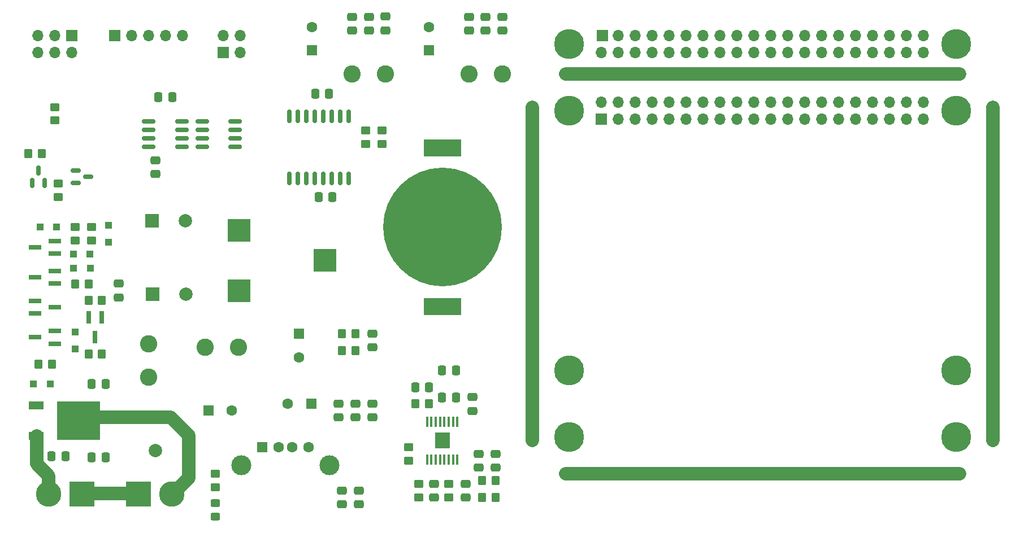
<source format=gbr>
%TF.GenerationSoftware,KiCad,Pcbnew,6.0.11+dfsg-1*%
%TF.CreationDate,2024-10-07T14:27:48+03:00*%
%TF.ProjectId,rpi-extension,7270692d-6578-4746-956e-73696f6e2e6b,rev?*%
%TF.SameCoordinates,Original*%
%TF.FileFunction,Soldermask,Top*%
%TF.FilePolarity,Negative*%
%FSLAX46Y46*%
G04 Gerber Fmt 4.6, Leading zero omitted, Abs format (unit mm)*
G04 Created by KiCad (PCBNEW 6.0.11+dfsg-1) date 2024-10-07 14:27:48*
%MOMM*%
%LPD*%
G01*
G04 APERTURE LIST*
G04 Aperture macros list*
%AMRoundRect*
0 Rectangle with rounded corners*
0 $1 Rounding radius*
0 $2 $3 $4 $5 $6 $7 $8 $9 X,Y pos of 4 corners*
0 Add a 4 corners polygon primitive as box body*
4,1,4,$2,$3,$4,$5,$6,$7,$8,$9,$2,$3,0*
0 Add four circle primitives for the rounded corners*
1,1,$1+$1,$2,$3*
1,1,$1+$1,$4,$5*
1,1,$1+$1,$6,$7*
1,1,$1+$1,$8,$9*
0 Add four rect primitives between the rounded corners*
20,1,$1+$1,$2,$3,$4,$5,0*
20,1,$1+$1,$4,$5,$6,$7,0*
20,1,$1+$1,$6,$7,$8,$9,0*
20,1,$1+$1,$8,$9,$2,$3,0*%
G04 Aperture macros list end*
%ADD10C,2.000000*%
%ADD11R,1.700000X1.700000*%
%ADD12O,1.700000X1.700000*%
%ADD13RoundRect,0.250000X-0.475000X0.337500X-0.475000X-0.337500X0.475000X-0.337500X0.475000X0.337500X0*%
%ADD14RoundRect,0.250000X0.337500X0.475000X-0.337500X0.475000X-0.337500X-0.475000X0.337500X-0.475000X0*%
%ADD15RoundRect,0.250000X-0.450000X0.350000X-0.450000X-0.350000X0.450000X-0.350000X0.450000X0.350000X0*%
%ADD16R,3.500000X3.500000*%
%ADD17R,0.800000X1.900000*%
%ADD18C,4.500000*%
%ADD19RoundRect,0.250000X0.475000X-0.337500X0.475000X0.337500X-0.475000X0.337500X-0.475000X-0.337500X0*%
%ADD20RoundRect,0.150000X0.825000X0.150000X-0.825000X0.150000X-0.825000X-0.150000X0.825000X-0.150000X0*%
%ADD21RoundRect,0.250000X0.350000X0.450000X-0.350000X0.450000X-0.350000X-0.450000X0.350000X-0.450000X0*%
%ADD22RoundRect,0.250000X-0.337500X-0.475000X0.337500X-0.475000X0.337500X0.475000X-0.337500X0.475000X0*%
%ADD23R,1.900000X0.800000*%
%ADD24R,1.000000X1.000000*%
%ADD25C,2.600000*%
%ADD26RoundRect,0.250000X0.450000X-0.325000X0.450000X0.325000X-0.450000X0.325000X-0.450000X-0.325000X0*%
%ADD27R,2.000000X2.000000*%
%ADD28C,2.000000*%
%ADD29R,1.600000X1.600000*%
%ADD30C,1.600000*%
%ADD31RoundRect,0.150000X-0.587500X-0.150000X0.587500X-0.150000X0.587500X0.150000X-0.587500X0.150000X0*%
%ADD32RoundRect,0.250000X0.450000X-0.350000X0.450000X0.350000X-0.450000X0.350000X-0.450000X-0.350000X0*%
%ADD33RoundRect,0.250000X-0.350000X-0.450000X0.350000X-0.450000X0.350000X0.450000X-0.350000X0.450000X0*%
%ADD34RoundRect,0.150000X0.150000X-0.587500X0.150000X0.587500X-0.150000X0.587500X-0.150000X-0.587500X0*%
%ADD35RoundRect,0.150000X-0.150000X0.875000X-0.150000X-0.875000X0.150000X-0.875000X0.150000X0.875000X0*%
%ADD36R,5.560000X2.600000*%
%ADD37C,17.800000*%
%ADD38R,2.310000X2.460000*%
%ADD39RoundRect,0.100000X0.100000X-0.687500X0.100000X0.687500X-0.100000X0.687500X-0.100000X-0.687500X0*%
%ADD40C,3.000000*%
%ADD41R,3.800000X3.800000*%
%ADD42C,3.800000*%
%ADD43R,2.200000X1.200000*%
%ADD44R,6.400000X5.800000*%
G04 APERTURE END LIST*
D10*
X79000000Y-124900000D02*
X70600000Y-124900000D01*
X81500000Y-113500000D02*
X73000000Y-113500000D01*
X83800000Y-113500000D02*
X81500000Y-113500000D01*
X86500000Y-116200000D02*
X83800000Y-113500000D01*
X86500000Y-122600000D02*
X86500000Y-116200000D01*
X84100000Y-125000000D02*
X86500000Y-122600000D01*
X65490000Y-122260000D02*
X63710000Y-120480000D01*
X63710000Y-120480000D02*
X63710000Y-116280000D01*
X143000000Y-122000000D02*
X202000000Y-122000000D01*
X202000000Y-62000000D02*
X143000000Y-62000000D01*
X138000000Y-117000000D02*
X138000000Y-67000000D01*
X207000000Y-117000000D02*
X207000000Y-67000000D01*
X65490000Y-125040000D02*
X65490000Y-122260000D01*
D11*
%TO.C,J5*%
X69025000Y-56230000D03*
D12*
X69025000Y-58770000D03*
X66485000Y-56230000D03*
X66485000Y-58770000D03*
X63945000Y-56230000D03*
X63945000Y-58770000D03*
%TD*%
D11*
%TO.C,J2*%
X148370000Y-68770000D03*
D12*
X148370000Y-66230000D03*
X150910000Y-68770000D03*
X150910000Y-66230000D03*
X153450000Y-68770000D03*
X153450000Y-66230000D03*
X155990000Y-68770000D03*
X155990000Y-66230000D03*
X158530000Y-68770000D03*
X158530000Y-66230000D03*
X161070000Y-68770000D03*
X161070000Y-66230000D03*
X163610000Y-68770000D03*
X163610000Y-66230000D03*
X166150000Y-68770000D03*
X166150000Y-66230000D03*
X168690000Y-68770000D03*
X168690000Y-66230000D03*
X171230000Y-68770000D03*
X171230000Y-66230000D03*
X173770000Y-68770000D03*
X173770000Y-66230000D03*
X176310000Y-68770000D03*
X176310000Y-66230000D03*
X178850000Y-68770000D03*
X178850000Y-66230000D03*
X181390000Y-68770000D03*
X181390000Y-66230000D03*
X183930000Y-68770000D03*
X183930000Y-66230000D03*
X186470000Y-68770000D03*
X186470000Y-66230000D03*
X189010000Y-68770000D03*
X189010000Y-66230000D03*
X191550000Y-68770000D03*
X191550000Y-66230000D03*
X194090000Y-68770000D03*
X194090000Y-66230000D03*
X196630000Y-68770000D03*
X196630000Y-66230000D03*
%TD*%
D13*
%TO.C,C34*%
X112000000Y-124462500D03*
X112000000Y-126537500D03*
%TD*%
D14*
%TO.C,C11*%
X68037500Y-119375000D03*
X65962500Y-119375000D03*
%TD*%
D13*
%TO.C,C6*%
X113500000Y-53462500D03*
X113500000Y-55537500D03*
%TD*%
D15*
%TO.C,R17*%
X90500000Y-122000000D03*
X90500000Y-124000000D03*
%TD*%
D14*
%TO.C,C23*%
X84037500Y-65500000D03*
X81962500Y-65500000D03*
%TD*%
D16*
%TO.C,L1*%
X106925000Y-90000000D03*
X94075000Y-85500000D03*
X94075000Y-94500000D03*
%TD*%
D15*
%TO.C,R1*%
X113000000Y-70500000D03*
X113000000Y-72500000D03*
%TD*%
D17*
%TO.C,Q4*%
X73450000Y-98500000D03*
X71550000Y-98500000D03*
X72500000Y-101500000D03*
%TD*%
D18*
%TO.C,REF\u002A\u002A*%
X143500000Y-116500000D03*
%TD*%
D14*
%TO.C,C17*%
X122537500Y-109000000D03*
X120462500Y-109000000D03*
%TD*%
D19*
%TO.C,C26*%
X111500000Y-113537500D03*
X111500000Y-111462500D03*
%TD*%
D13*
%TO.C,C21*%
X114000000Y-100962500D03*
X114000000Y-103037500D03*
%TD*%
D14*
%TO.C,C30*%
X74037500Y-108500000D03*
X71962500Y-108500000D03*
%TD*%
D20*
%TO.C,Q9*%
X85475000Y-72905000D03*
X85475000Y-71635000D03*
X85475000Y-70365000D03*
X85475000Y-69095000D03*
X80525000Y-69095000D03*
X80525000Y-70365000D03*
X80525000Y-71635000D03*
X80525000Y-72905000D03*
%TD*%
D18*
%TO.C,REF\u002A\u002A*%
X143500000Y-57500000D03*
%TD*%
%TO.C,REF\u002A\u002A*%
X201500000Y-67500000D03*
%TD*%
D19*
%TO.C,C15*%
X123265000Y-125537500D03*
X123265000Y-123462500D03*
%TD*%
D13*
%TO.C,C3*%
X128500000Y-53462500D03*
X128500000Y-55537500D03*
%TD*%
D18*
%TO.C,REF\u002A\u002A*%
X201500000Y-57500000D03*
%TD*%
D21*
%TO.C,R12*%
X132500000Y-123000000D03*
X130500000Y-123000000D03*
%TD*%
D13*
%TO.C,C7*%
X111000000Y-53462500D03*
X111000000Y-55537500D03*
%TD*%
D15*
%TO.C,R3*%
X115500000Y-70500000D03*
X115500000Y-72500000D03*
%TD*%
D19*
%TO.C,C27*%
X109000000Y-113537500D03*
X109000000Y-111462500D03*
%TD*%
D18*
%TO.C,REF\u002A\u002A*%
X201500000Y-106500000D03*
%TD*%
D22*
%TO.C,C12*%
X105962500Y-80500000D03*
X108037500Y-80500000D03*
%TD*%
D23*
%TO.C,Q1*%
X63500000Y-96050000D03*
X63500000Y-97950000D03*
X66500000Y-97000000D03*
%TD*%
D24*
%TO.C,D6*%
X63250000Y-108500000D03*
X65750000Y-108500000D03*
%TD*%
D25*
%TO.C,FB2*%
X116000000Y-62000000D03*
X111000000Y-62000000D03*
%TD*%
D26*
%TO.C,D8*%
X90500000Y-128375000D03*
X90500000Y-126325000D03*
%TD*%
D27*
%TO.C,C33*%
X81500000Y-113529292D03*
D28*
X81500000Y-118529292D03*
%TD*%
D29*
%TO.C,C29*%
X103000000Y-101000000D03*
D30*
X103000000Y-104500000D03*
%TD*%
D14*
%TO.C,C32*%
X74037500Y-119500000D03*
X71962500Y-119500000D03*
%TD*%
D31*
%TO.C,Q8*%
X69562500Y-76487500D03*
X69562500Y-78387500D03*
X71437500Y-77437500D03*
%TD*%
D24*
%TO.C,D3*%
X71750000Y-89000000D03*
X69250000Y-89000000D03*
%TD*%
%TO.C,D5*%
X69500000Y-103250000D03*
X69500000Y-100750000D03*
%TD*%
D15*
%TO.C,R10*%
X67000000Y-78437500D03*
X67000000Y-80437500D03*
%TD*%
D19*
%TO.C,C13*%
X132500000Y-121037500D03*
X132500000Y-118962500D03*
%TD*%
D24*
%TO.C,D1*%
X64250000Y-85000000D03*
X66750000Y-85000000D03*
%TD*%
D29*
%TO.C,C8*%
X105000000Y-58500000D03*
D30*
X105000000Y-55000000D03*
%TD*%
D22*
%TO.C,C10*%
X105462500Y-65000000D03*
X107537500Y-65000000D03*
%TD*%
D19*
%TO.C,C24*%
X114000000Y-113537500D03*
X114000000Y-111462500D03*
%TD*%
D32*
%TO.C,R13*%
X121000000Y-125500000D03*
X121000000Y-123500000D03*
%TD*%
D27*
%TO.C,C28*%
X81132323Y-95000000D03*
D28*
X86132323Y-95000000D03*
%TD*%
D21*
%TO.C,R2*%
X71500000Y-93500000D03*
X69500000Y-93500000D03*
%TD*%
D33*
%TO.C,R4*%
X71500000Y-96000000D03*
X73500000Y-96000000D03*
%TD*%
D18*
%TO.C,REF\u002A\u002A*%
X143500000Y-67500000D03*
%TD*%
D34*
%TO.C,Q7*%
X63050000Y-78375000D03*
X64950000Y-78375000D03*
X64000000Y-76500000D03*
%TD*%
D21*
%TO.C,R20*%
X132500000Y-125500000D03*
X130500000Y-125500000D03*
%TD*%
D23*
%TO.C,Q2*%
X66500000Y-93450000D03*
X66500000Y-91550000D03*
X63500000Y-92500000D03*
%TD*%
D33*
%TO.C,R19*%
X109500000Y-101000000D03*
X111500000Y-101000000D03*
%TD*%
D24*
%TO.C,D2*%
X69275000Y-91175000D03*
X71775000Y-91175000D03*
%TD*%
D11*
%TO.C,J3*%
X91725000Y-58770000D03*
D12*
X91725000Y-56230000D03*
X94265000Y-58770000D03*
X94265000Y-56230000D03*
%TD*%
D19*
%TO.C,C9*%
X76000000Y-95537500D03*
X76000000Y-93462500D03*
%TD*%
D21*
%TO.C,R9*%
X64500000Y-73937500D03*
X62500000Y-73937500D03*
%TD*%
D32*
%TO.C,R5*%
X69500000Y-87000000D03*
X69500000Y-85000000D03*
%TD*%
%TO.C,R6*%
X72000000Y-87000000D03*
X72000000Y-85000000D03*
%TD*%
%TO.C,R14*%
X125500000Y-125500000D03*
X125500000Y-123500000D03*
%TD*%
D33*
%TO.C,R18*%
X109500000Y-103500000D03*
X111500000Y-103500000D03*
%TD*%
D29*
%TO.C,C4*%
X122500000Y-58500000D03*
D30*
X122500000Y-55000000D03*
%TD*%
D14*
%TO.C,C20*%
X126537500Y-106500000D03*
X124462500Y-106500000D03*
%TD*%
D35*
%TO.C,U1*%
X110445000Y-68350000D03*
X109175000Y-68350000D03*
X107905000Y-68350000D03*
X106635000Y-68350000D03*
X105365000Y-68350000D03*
X104095000Y-68350000D03*
X102825000Y-68350000D03*
X101555000Y-68350000D03*
X101555000Y-77650000D03*
X102825000Y-77650000D03*
X104095000Y-77650000D03*
X105365000Y-77650000D03*
X106635000Y-77650000D03*
X107905000Y-77650000D03*
X109175000Y-77650000D03*
X110445000Y-77650000D03*
%TD*%
D36*
%TO.C,BT1*%
X124500000Y-73095000D03*
X124500000Y-96905000D03*
D37*
X124500000Y-85000000D03*
%TD*%
D32*
%TO.C,R11*%
X66500000Y-69000000D03*
X66500000Y-67000000D03*
%TD*%
D24*
%TO.C,D4*%
X74500000Y-87250000D03*
X74500000Y-84750000D03*
%TD*%
D20*
%TO.C,Q10*%
X93475000Y-72905000D03*
X93475000Y-71635000D03*
X93475000Y-70365000D03*
X93475000Y-69095000D03*
X88525000Y-69095000D03*
X88525000Y-70365000D03*
X88525000Y-71635000D03*
X88525000Y-72905000D03*
%TD*%
D18*
%TO.C,REF\u002A\u002A*%
X201500000Y-116500000D03*
%TD*%
D29*
%TO.C,C36*%
X89500000Y-112500000D03*
D30*
X93000000Y-112500000D03*
%TD*%
D18*
%TO.C,REF\u002A\u002A*%
X143500000Y-106500000D03*
%TD*%
D33*
%TO.C,R8*%
X71500000Y-104000000D03*
X73500000Y-104000000D03*
%TD*%
D25*
%TO.C,FB4*%
X94000000Y-103000000D03*
X89000000Y-103000000D03*
%TD*%
D19*
%TO.C,C22*%
X81500000Y-77037500D03*
X81500000Y-74962500D03*
%TD*%
D29*
%TO.C,C31*%
X104860604Y-111500000D03*
D30*
X101360604Y-111500000D03*
%TD*%
D19*
%TO.C,C16*%
X128000000Y-125537500D03*
X128000000Y-123462500D03*
%TD*%
D25*
%TO.C,FB3*%
X80500000Y-102500000D03*
X80500000Y-107500000D03*
%TD*%
D23*
%TO.C,Q3*%
X66500000Y-88950000D03*
X66500000Y-87050000D03*
X63500000Y-88000000D03*
%TD*%
D25*
%TO.C,FB1*%
X133500000Y-62000000D03*
X128500000Y-62000000D03*
%TD*%
D38*
%TO.C,U2*%
X124500000Y-117000000D03*
D39*
X122225000Y-119862500D03*
X122875000Y-119862500D03*
X123525000Y-119862500D03*
X124175000Y-119862500D03*
X124825000Y-119862500D03*
X125475000Y-119862500D03*
X126125000Y-119862500D03*
X126775000Y-119862500D03*
X126775000Y-114137500D03*
X126125000Y-114137500D03*
X125475000Y-114137500D03*
X124825000Y-114137500D03*
X124175000Y-114137500D03*
X123525000Y-114137500D03*
X122875000Y-114137500D03*
X122225000Y-114137500D03*
%TD*%
D13*
%TO.C,C5*%
X116000000Y-53425000D03*
X116000000Y-55500000D03*
%TD*%
D11*
%TO.C,J4*%
X75425000Y-56230000D03*
D12*
X77965000Y-56230000D03*
X80505000Y-56230000D03*
X83045000Y-56230000D03*
X85585000Y-56230000D03*
%TD*%
D19*
%TO.C,C19*%
X129000000Y-112537500D03*
X129000000Y-110462500D03*
%TD*%
D32*
%TO.C,R15*%
X119500000Y-120000000D03*
X119500000Y-118000000D03*
%TD*%
D33*
%TO.C,R7*%
X64000000Y-105500000D03*
X66000000Y-105500000D03*
%TD*%
D14*
%TO.C,C18*%
X126537500Y-110500000D03*
X124462500Y-110500000D03*
%TD*%
D23*
%TO.C,Q5*%
X66500000Y-102450000D03*
X66500000Y-100550000D03*
X63500000Y-101500000D03*
%TD*%
D13*
%TO.C,C35*%
X109500000Y-124462500D03*
X109500000Y-126537500D03*
%TD*%
%TO.C,C1*%
X133500000Y-53462500D03*
X133500000Y-55537500D03*
%TD*%
D29*
%TO.C,J8*%
X97500000Y-118010000D03*
D30*
X100000000Y-118010000D03*
X102000000Y-118010000D03*
X104500000Y-118010000D03*
D40*
X107570000Y-120720000D03*
X94430000Y-120720000D03*
%TD*%
D27*
%TO.C,C25*%
X81000000Y-84000000D03*
D28*
X86000000Y-84000000D03*
%TD*%
D41*
%TO.C,J6*%
X70500000Y-125000000D03*
D42*
X65500000Y-125000000D03*
%TD*%
D19*
%TO.C,C14*%
X130000000Y-121037500D03*
X130000000Y-118962500D03*
%TD*%
D43*
%TO.C,Q6*%
X63700000Y-111745000D03*
D44*
X70000000Y-114025000D03*
D43*
X63700000Y-116305000D03*
%TD*%
D41*
%TO.C,J7*%
X79000000Y-125000000D03*
D42*
X84000000Y-125000000D03*
%TD*%
D33*
%TO.C,R16*%
X120500000Y-111500000D03*
X122500000Y-111500000D03*
%TD*%
D13*
%TO.C,C2*%
X131000000Y-53462500D03*
X131000000Y-55537500D03*
%TD*%
D11*
%TO.C,J1*%
X148540000Y-56230000D03*
D12*
X148370000Y-58770000D03*
X150910000Y-56230000D03*
X150910000Y-58770000D03*
X153450000Y-56230000D03*
X153450000Y-58770000D03*
X155990000Y-56230000D03*
X155990000Y-58770000D03*
X158530000Y-56230000D03*
X158530000Y-58770000D03*
X161070000Y-56230000D03*
X161070000Y-58770000D03*
X163610000Y-56230000D03*
X163610000Y-58770000D03*
X166150000Y-56230000D03*
X166150000Y-58770000D03*
X168690000Y-56230000D03*
X168690000Y-58770000D03*
X171230000Y-56230000D03*
X171230000Y-58770000D03*
X173770000Y-56230000D03*
X173770000Y-58770000D03*
X176310000Y-56230000D03*
X176310000Y-58770000D03*
X178850000Y-56230000D03*
X178850000Y-58770000D03*
X181390000Y-56230000D03*
X181390000Y-58770000D03*
X183930000Y-56230000D03*
X183930000Y-58770000D03*
X186470000Y-56230000D03*
X186470000Y-58770000D03*
X189010000Y-56230000D03*
X189010000Y-58770000D03*
X191550000Y-56230000D03*
X191550000Y-58770000D03*
X194090000Y-56230000D03*
X194090000Y-58770000D03*
X196630000Y-56230000D03*
X196630000Y-58770000D03*
%TD*%
M02*

</source>
